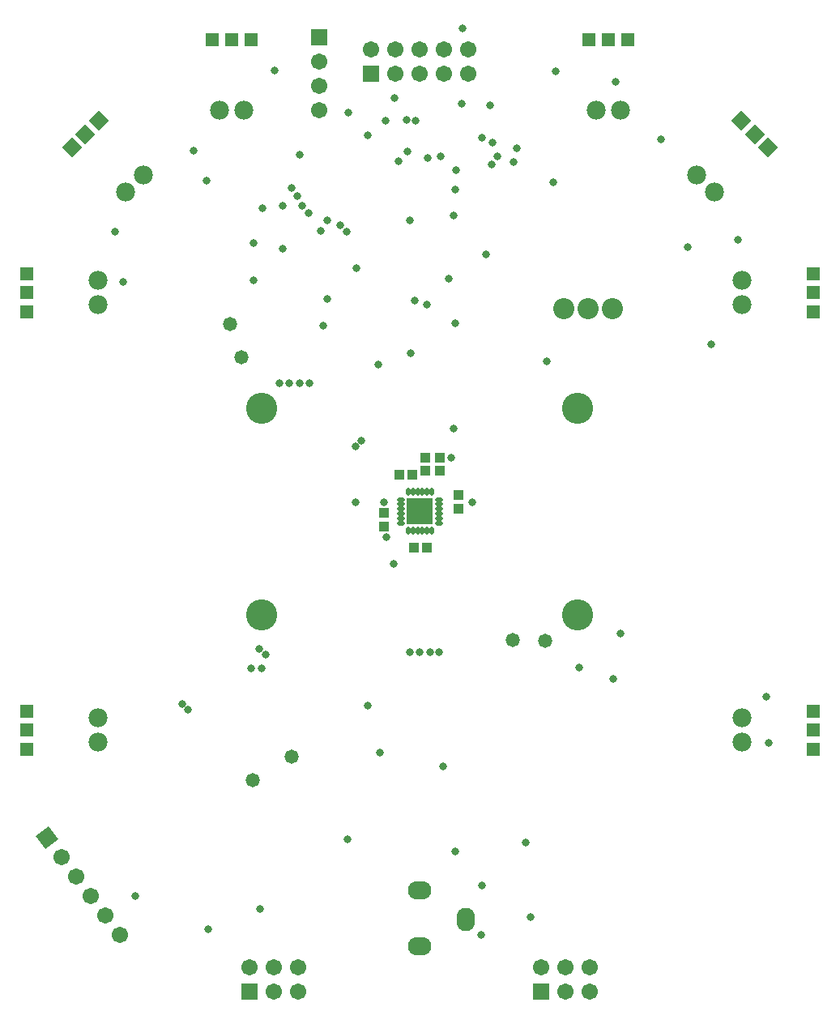
<source format=gbs>
%FSLAX25Y25*%
%MOIN*%
G70*
G01*
G75*
G04 Layer_Color=16711935*
%ADD10R,0.10236X0.04331*%
%ADD11R,0.06299X0.11811*%
%ADD12R,0.04921X0.21654*%
%ADD13R,0.07480X0.09449*%
%ADD14R,0.03543X0.03150*%
%ADD15O,0.06693X0.01378*%
%ADD16R,0.03150X0.03543*%
G04:AMPARAMS|DCode=17|XSize=35.43mil|YSize=31.5mil|CornerRadius=0mil|HoleSize=0mil|Usage=FLASHONLY|Rotation=315.000|XOffset=0mil|YOffset=0mil|HoleType=Round|Shape=Rectangle|*
%AMROTATEDRECTD17*
4,1,4,-0.02366,0.00139,-0.00139,0.02366,0.02366,-0.00139,0.00139,-0.02366,-0.02366,0.00139,0.0*
%
%ADD17ROTATEDRECTD17*%

G04:AMPARAMS|DCode=18|XSize=35.43mil|YSize=31.5mil|CornerRadius=0mil|HoleSize=0mil|Usage=FLASHONLY|Rotation=225.000|XOffset=0mil|YOffset=0mil|HoleType=Round|Shape=Rectangle|*
%AMROTATEDRECTD18*
4,1,4,0.00139,0.02366,0.02366,0.00139,-0.00139,-0.02366,-0.02366,-0.00139,0.00139,0.02366,0.0*
%
%ADD18ROTATEDRECTD18*%

%ADD19R,0.09055X0.09055*%
%ADD20R,0.22441X0.06693*%
%ADD21O,0.06890X0.01181*%
%ADD22O,0.01181X0.06890*%
%ADD23R,0.03937X0.03937*%
%ADD24R,0.03150X0.01575*%
%ADD25R,0.01575X0.03150*%
G04:AMPARAMS|DCode=26|XSize=15.75mil|YSize=31.5mil|CornerRadius=0mil|HoleSize=0mil|Usage=FLASHONLY|Rotation=225.000|XOffset=0mil|YOffset=0mil|HoleType=Round|Shape=Rectangle|*
%AMROTATEDRECTD26*
4,1,4,-0.00557,0.01670,0.01670,-0.00557,0.00557,-0.01670,-0.01670,0.00557,-0.00557,0.01670,0.0*
%
%ADD26ROTATEDRECTD26*%

G04:AMPARAMS|DCode=27|XSize=15.75mil|YSize=31.5mil|CornerRadius=0mil|HoleSize=0mil|Usage=FLASHONLY|Rotation=135.000|XOffset=0mil|YOffset=0mil|HoleType=Round|Shape=Rectangle|*
%AMROTATEDRECTD27*
4,1,4,0.01670,0.00557,-0.00557,-0.01670,-0.01670,-0.00557,0.00557,0.01670,0.01670,0.00557,0.0*
%
%ADD27ROTATEDRECTD27*%

%ADD28R,0.09843X0.06693*%
%ADD29R,0.02756X0.03937*%
%ADD30R,0.05118X0.06299*%
%ADD31R,0.12992X0.06299*%
%ADD32R,0.05906X0.03937*%
%ADD33O,0.08661X0.02362*%
%ADD34O,0.07480X0.02362*%
%ADD35C,0.02000*%
%ADD36C,0.01000*%
%ADD37C,0.04000*%
%ADD38C,0.00700*%
%ADD39C,0.07874*%
%ADD40C,0.07000*%
%ADD41P,0.06960X4X180.0*%
%ADD42P,0.08352X4X352.0*%
%ADD43C,0.05906*%
%ADD44R,0.05906X0.05906*%
%ADD45R,0.05906X0.05906*%
%ADD46R,0.04921X0.04921*%
%ADD47R,0.04921X0.04921*%
%ADD48P,0.06960X4X270.0*%
%ADD49O,0.08858X0.06693*%
%ADD50O,0.06693X0.08858*%
%ADD51C,0.12000*%
%ADD52C,0.02500*%
%ADD53C,0.05000*%
%ADD54O,0.00984X0.02559*%
%ADD55O,0.02559X0.00984*%
%ADD56R,0.09843X0.09843*%
%ADD57C,0.00394*%
%ADD58C,0.00984*%
%ADD59C,0.02362*%
%ADD60C,0.00787*%
%ADD61C,0.00500*%
%ADD62C,0.00591*%
%ADD63R,0.11036X0.05131*%
%ADD64R,0.07099X0.12611*%
%ADD65R,0.05721X0.22453*%
%ADD66R,0.08280X0.10249*%
%ADD67R,0.04343X0.03950*%
%ADD68O,0.07493X0.02178*%
%ADD69R,0.03950X0.04343*%
G04:AMPARAMS|DCode=70|XSize=43.43mil|YSize=39.5mil|CornerRadius=0mil|HoleSize=0mil|Usage=FLASHONLY|Rotation=315.000|XOffset=0mil|YOffset=0mil|HoleType=Round|Shape=Rectangle|*
%AMROTATEDRECTD70*
4,1,4,-0.02932,0.00139,-0.00139,0.02932,0.02932,-0.00139,0.00139,-0.02932,-0.02932,0.00139,0.0*
%
%ADD70ROTATEDRECTD70*%

G04:AMPARAMS|DCode=71|XSize=43.43mil|YSize=39.5mil|CornerRadius=0mil|HoleSize=0mil|Usage=FLASHONLY|Rotation=225.000|XOffset=0mil|YOffset=0mil|HoleType=Round|Shape=Rectangle|*
%AMROTATEDRECTD71*
4,1,4,0.00139,0.02932,0.02932,0.00139,-0.00139,-0.02932,-0.02932,-0.00139,0.00139,0.02932,0.0*
%
%ADD71ROTATEDRECTD71*%

%ADD72R,0.09855X0.09855*%
%ADD73R,0.23241X0.07493*%
%ADD74O,0.07690X0.01981*%
%ADD75O,0.01981X0.07690*%
%ADD76R,0.04737X0.04737*%
%ADD77R,0.03950X0.02375*%
%ADD78R,0.02375X0.03950*%
G04:AMPARAMS|DCode=79|XSize=23.75mil|YSize=39.5mil|CornerRadius=0mil|HoleSize=0mil|Usage=FLASHONLY|Rotation=225.000|XOffset=0mil|YOffset=0mil|HoleType=Round|Shape=Rectangle|*
%AMROTATEDRECTD79*
4,1,4,-0.00557,0.02236,0.02236,-0.00557,0.00557,-0.02236,-0.02236,0.00557,-0.00557,0.02236,0.0*
%
%ADD79ROTATEDRECTD79*%

G04:AMPARAMS|DCode=80|XSize=23.75mil|YSize=39.5mil|CornerRadius=0mil|HoleSize=0mil|Usage=FLASHONLY|Rotation=135.000|XOffset=0mil|YOffset=0mil|HoleType=Round|Shape=Rectangle|*
%AMROTATEDRECTD80*
4,1,4,0.02236,0.00557,-0.00557,-0.02236,-0.02236,-0.00557,0.00557,0.02236,0.02236,0.00557,0.0*
%
%ADD80ROTATEDRECTD80*%

%ADD81R,0.10642X0.07493*%
%ADD82R,0.03556X0.04737*%
%ADD83R,0.05918X0.07099*%
%ADD84R,0.13792X0.07099*%
%ADD85R,0.06706X0.04737*%
%ADD86O,0.09461X0.03162*%
%ADD87O,0.08280X0.03162*%
%ADD88C,0.08674*%
%ADD89C,0.07800*%
%ADD90P,0.08091X4X180.0*%
%ADD91P,0.09483X4X352.0*%
%ADD92C,0.06706*%
%ADD93R,0.06706X0.06706*%
%ADD94R,0.06706X0.06706*%
%ADD95R,0.05721X0.05721*%
%ADD96R,0.05721X0.05721*%
%ADD97P,0.08091X4X270.0*%
%ADD98O,0.09658X0.07493*%
%ADD99O,0.07493X0.09658*%
%ADD100C,0.12800*%
%ADD101C,0.03300*%
%ADD102C,0.05800*%
%ADD103O,0.01784X0.03359*%
%ADD104O,0.03359X0.01784*%
%ADD105R,0.10642X0.10642*%
D67*
X15846Y6693D02*
D03*
Y1181D02*
D03*
X-14961Y-591D02*
D03*
Y-6103D02*
D03*
X2165Y16732D02*
D03*
Y22244D02*
D03*
X8169D02*
D03*
Y16732D02*
D03*
D69*
X2854Y-14961D02*
D03*
X-2657D02*
D03*
X-8563Y15059D02*
D03*
X-3051D02*
D03*
D88*
X69193Y83563D02*
D03*
X59193D02*
D03*
X79193D02*
D03*
D89*
X-72500Y165000D02*
D03*
X-82500D02*
D03*
X72500D02*
D03*
X82500D02*
D03*
X-113964Y138535D02*
D03*
X-121036Y131465D02*
D03*
X113964Y138535D02*
D03*
X121036Y131465D02*
D03*
X-132500Y95000D02*
D03*
Y85000D02*
D03*
X132500Y95000D02*
D03*
Y85000D02*
D03*
Y-95000D02*
D03*
Y-85000D02*
D03*
X-132500Y-95000D02*
D03*
Y-85000D02*
D03*
D90*
X143257Y149622D02*
D03*
X132122Y160757D02*
D03*
X137689Y155189D02*
D03*
D91*
X-153543Y-134351D02*
D03*
D92*
X-147525Y-142337D02*
D03*
X-141507Y-150323D02*
D03*
X-135489Y-158309D02*
D03*
X-129471Y-166296D02*
D03*
X-123453Y-174282D02*
D03*
X-41634Y165177D02*
D03*
Y175177D02*
D03*
Y185177D02*
D03*
X-20000Y190000D02*
D03*
X-10000Y180000D02*
D03*
Y190000D02*
D03*
X-0Y180000D02*
D03*
Y190000D02*
D03*
X10000Y180000D02*
D03*
Y190000D02*
D03*
X20000Y180000D02*
D03*
Y190000D02*
D03*
X-70000Y-187500D02*
D03*
X-60000Y-197500D02*
D03*
Y-187500D02*
D03*
X-50000Y-197500D02*
D03*
Y-187500D02*
D03*
X50000D02*
D03*
X60000Y-197500D02*
D03*
Y-187500D02*
D03*
X70000Y-197500D02*
D03*
Y-187500D02*
D03*
D93*
X-41634Y195177D02*
D03*
D94*
X-20000Y180000D02*
D03*
X-70000Y-197500D02*
D03*
X50000D02*
D03*
D95*
X-161732Y97874D02*
D03*
Y82126D02*
D03*
Y90000D02*
D03*
Y-90000D02*
D03*
Y-97874D02*
D03*
Y-82126D02*
D03*
X161732Y82126D02*
D03*
Y97874D02*
D03*
Y90000D02*
D03*
Y-90000D02*
D03*
Y-82126D02*
D03*
Y-97874D02*
D03*
D96*
X-69626Y194232D02*
D03*
X-85374D02*
D03*
X-77500D02*
D03*
X77500D02*
D03*
X69626D02*
D03*
X85374D02*
D03*
D97*
X-132122Y160757D02*
D03*
X-143257Y149622D02*
D03*
X-137689Y155189D02*
D03*
D98*
X-0Y-156000D02*
D03*
Y-178835D02*
D03*
D99*
X18898Y-167811D02*
D03*
D100*
X65000Y42500D02*
D03*
Y-42500D02*
D03*
X-65000D02*
D03*
Y42500D02*
D03*
D101*
X27165Y105709D02*
D03*
X-4134Y119783D02*
D03*
X17421Y198917D02*
D03*
X28740Y167126D02*
D03*
X-10630Y170079D02*
D03*
X-8760Y144095D02*
D03*
X-38091Y119783D02*
D03*
X-56398Y125787D02*
D03*
Y107972D02*
D03*
X-122047Y94390D02*
D03*
X-49409Y146653D02*
D03*
X3150Y145276D02*
D03*
X-17028Y60335D02*
D03*
X-3937Y65256D02*
D03*
X-93110Y148425D02*
D03*
X-125492Y114961D02*
D03*
X-64665Y124705D02*
D03*
X-39764Y76575D02*
D03*
X-26280Y100098D02*
D03*
X-10728Y-21555D02*
D03*
X-13681Y-10630D02*
D03*
X82579Y-50098D02*
D03*
X13780Y34055D02*
D03*
X2732Y85212D02*
D03*
X14665Y132579D02*
D03*
X54921Y135531D02*
D03*
X13681Y121850D02*
D03*
X110236Y108661D02*
D03*
X17127Y167626D02*
D03*
X-26476Y3839D02*
D03*
X-14961D02*
D03*
X142618Y-76181D02*
D03*
X52264Y61713D02*
D03*
X-30167Y115108D02*
D03*
X-24114Y29134D02*
D03*
X-63618Y-58921D02*
D03*
X-65158Y-64468D02*
D03*
X-32691Y117632D02*
D03*
X-26638Y26610D02*
D03*
X-66142Y-56398D02*
D03*
X-69587Y-64665D02*
D03*
X-97859Y-79307D02*
D03*
X-95596Y-81569D02*
D03*
X-87205Y-171949D02*
D03*
X14764Y140551D02*
D03*
X29431Y142724D02*
D03*
X29923Y151681D02*
D03*
X39862Y149409D02*
D03*
X-5610Y161024D02*
D03*
X38484Y143799D02*
D03*
X-1969Y160925D02*
D03*
X8366Y146260D02*
D03*
X31791D02*
D03*
X-40748Y115354D02*
D03*
X-38287Y87303D02*
D03*
X-16634Y-99213D02*
D03*
X25492Y-153839D02*
D03*
X9449Y-104921D02*
D03*
X43504Y-136221D02*
D03*
X45571Y-166732D02*
D03*
X-29724Y-135039D02*
D03*
X143504Y-95079D02*
D03*
X-65748Y-163484D02*
D03*
X119685Y68898D02*
D03*
X79528Y-68898D02*
D03*
X65551Y-64075D02*
D03*
X-117077Y-158317D02*
D03*
X-68602Y110531D02*
D03*
X-68405Y95177D02*
D03*
X-2165Y86811D02*
D03*
X12008Y95726D02*
D03*
X14469Y77362D02*
D03*
X-21358Y154626D02*
D03*
Y-79823D02*
D03*
X-14272Y160728D02*
D03*
X-87795Y136221D02*
D03*
X-29331Y164173D02*
D03*
X-5217Y148031D02*
D03*
X25492Y153642D02*
D03*
X80413Y176673D02*
D03*
X55709Y181102D02*
D03*
X99114Y152953D02*
D03*
X130709Y111811D02*
D03*
X-59941Y181398D02*
D03*
X-4232Y-57972D02*
D03*
X-265D02*
D03*
X4050D02*
D03*
X7947D02*
D03*
X-53783Y52756D02*
D03*
X-50595Y129622D02*
D03*
X-57750Y52756D02*
D03*
X-52787Y133040D02*
D03*
X-49468Y52756D02*
D03*
X-48353Y125761D02*
D03*
X-45571Y52756D02*
D03*
X-45866Y122736D02*
D03*
X14469Y-139961D02*
D03*
X25197Y-174213D02*
D03*
X21358Y3839D02*
D03*
X12894Y22244D02*
D03*
D102*
X-68898Y-110433D02*
D03*
X-52658Y-100984D02*
D03*
X-78098Y77020D02*
D03*
X-73524Y63583D02*
D03*
X38189Y-52953D02*
D03*
X51378Y-53248D02*
D03*
D103*
X4921Y7972D02*
D03*
X2953D02*
D03*
X984D02*
D03*
X-984D02*
D03*
X-2953D02*
D03*
X-4921D02*
D03*
Y-7972D02*
D03*
X-2953D02*
D03*
X-984D02*
D03*
X984D02*
D03*
X2953D02*
D03*
X4921D02*
D03*
D104*
X-7972Y4921D02*
D03*
Y2953D02*
D03*
Y984D02*
D03*
Y-984D02*
D03*
Y-2953D02*
D03*
Y-4921D02*
D03*
X7972D02*
D03*
Y-2953D02*
D03*
Y-984D02*
D03*
Y984D02*
D03*
Y2953D02*
D03*
Y4921D02*
D03*
D105*
X-0Y-0D02*
D03*
M02*

</source>
